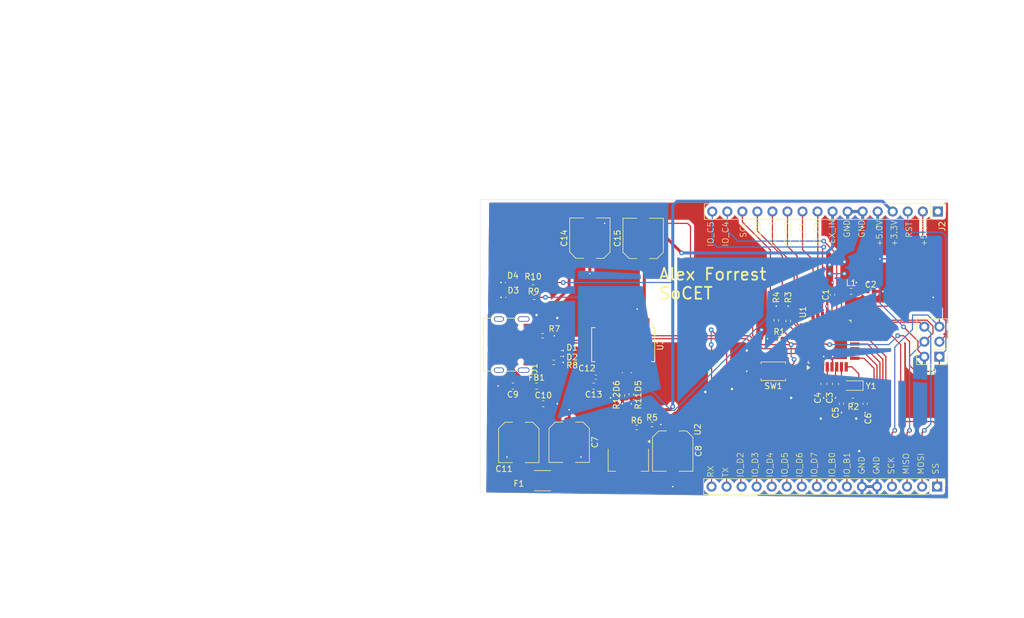
<source format=kicad_pcb>
(kicad_pcb (version 20240108) (generator "pcbnew") (generator_version "8.0")
  (layers (0 "F.Cu" signal) (31 "B.Cu" signal) (34 "B.Paste" user) (35 "F.Paste" user) (36 "B.SilkS" user "B.Silkscreen") (37 "F.SilkS" user "F.Silkscreen") (38 "B.Mask" user) (39 "F.Mask" user) (44 "Edge.Cuts" user))
  (net 0 "")
  (net 1 "Net-(U1-AREF)")
  (net 2 "GND")
  (net 3 "+5V")
  (net 4 "EX_OSC1")
  (net 5 "EX_OSC2")
  (net 6 "+3.3V")
  (net 7 "PWRU_IN")
  (net 8 "Net-(C10-Pad1)")
  (net 9 "Net-(U3-3V3OUT)")
  (net 10 "EX_RST")
  (net 11 "USART_DTR")
  (net 12 "USBC_D.N")
  (net 13 "USBC_D.P")
  (net 14 "Net-(D3-A)")
  (net 15 "Net-(D4-A)")
  (net 16 "Net-(D5-A)")
  (net 17 "Net-(D5-K)")
  (net 18 "Net-(D6-K)")
  (net 19 "Net-(D6-A)")
  (net 24 "Net-(J1-CC2)")
  (net 27 "Net-(J1-CC1)")
  (net 29 "GPIO_C3")
  (net 30 "GPIO_C0")
  (net 31 "GPIO_C5")
  (net 32 "I2C_SDA")
  (net 33 "I2C_SCL")
  (net 34 "GPIO_C2")
  (net 35 "GPIO_C1")
  (net 36 "GPIO_C4")
  (net 37 "SPI_SS")
  (net 38 "GPIO_D6")
  (net 39 "SPI_SCK")
  (net 40 "USART_RXD")
  (net 41 "GPIO_D7")
  (net 42 "SPI_MOSI")
  (net 43 "GPIO_D4")
  (net 44 "GPIO_D2")
  (net 45 "GPIO_D3")
  (net 46 "GPIO_B0")
  (net 47 "GPIO_B1")
  (net 48 "GPIO_D5")
  (net 49 "SPI_MISO")
  (net 50 "USART_TXD")
  (net 51 "Net-(U1-AVCC)")
  (net 52 "Net-(U2-ADJ)")
  (footprint "Connector_PinHeader_2.54mm:PinHeader_2x03_P2.54mm_Vertical" (layer "F.Cu") (at 211.54 62.54 180)
    (property "Reference" "J4")
    (property "Value" "Conn_PIC_ICSP_ICD")
  )
  (footprint "Connector_PinHeader_2.54mm:PinHeader_1x16_P2.54mm_Vertical" (layer "F.Cu") (at 211.16 84.5 -90)
    (property "Reference" "J3" (hide yes))
    (property "Value" "Conn_01x16_Socket" (hide yes))
  )
  (footprint "Capacitor_SMD:C_0603_1608Metric_Pad1.08x0.95mm_HandSolder" (layer "F.Cu") (at 144.6375 70.5)
    (property "Reference" "C10")
    (property "Value" ".1u")
  )
  (footprint "Resistor_SMD:R_0402_1005Metric_Pad0.72x0.64mm_HandSolder" (layer "F.Cu") (at 160.4025 74.5)
    (property "Reference" "R6")
    (property "Value" "121")
  )
  (footprint "Resistor_SMD:R_0402_1005Metric_Pad0.72x0.64mm_HandSolder" (layer "F.Cu") (at 144.5 59)
    (property "Reference" "R7")
    (property "Value" "5.1k" (hide yes))
  )
  (footprint "Diode_SMD:D_0402_1005Metric_Pad0.77x0.64mm_HandSolder" (layer "F.Cu") (at 158 66.5 -90)
    (property "Reference" "D6")
    (property "Value" "LED")
  )
  (footprint "Fuse:Fuse_0603_1608Metric_Pad1.05x0.95mm_HandSolder" (layer "F.Cu") (at 143.5 67.5)
    (property "Reference" "FB1")
    (property "Value" "120")
  )
  (footprint "Capacitor_SMD:C_0402_1005Metric_Pad0.74x0.62mm_HandSolder" (layer "F.Cu") (at 153.5 66 180)
    (property "Reference" "C12")
    (property "Value" ".1u")
  )
  (footprint "Package_TO_SOT_SMD:SOT-223" (layer "F.Cu") (at 159 80 -90)
    (property "Reference" "U2")
    (property "Value" "LM1117T-ADJ")
  )
  (footprint "Inductor_SMD:L_0603_1608Metric_Pad1.05x0.95mm_HandSolder" (layer "F.Cu") (at 196.625 51.5)
    (property "Reference" "L1")
    (property "Value" "10u")
  )
  (footprint "Capacitor_SMD:C_Elec_6.3x7.7" (layer "F.Cu") (at 152.5 42.5 90)
    (property "Reference" "C14")
    (property "Value" "4.7u")
  )
  (footprint "Capacitor_SMD:C_Elec_6.3x7.7" (layer "F.Cu") (at 166.5 78.5 -90)
    (property "Reference" "C8")
    (property "Value" ".1u")
  )
  (footprint "Resistor_SMD:R_0402_1005Metric_Pad0.72x0.64mm_HandSolder" (layer "F.Cu") (at 184 56.4025 -90)
    (property "Reference" "R4")
    (property "Value" "4.7k")
  )
  (footprint "Diode_SMD:D_0402_1005Metric_Pad0.77x0.64mm_HandSolder" (layer "F.Cu") (at 146.4275 61.5 180)
    (property "Reference" "D1")
    (property "Value" "ESD9B5.0ST5G" (hide yes))
  )
  (footprint "Capacitor_SMD:C_0603_1608Metric_Pad1.08x0.95mm_HandSolder" (layer "F.Cu") (at 192.03 67.1375 -90)
    (property "Reference" "C4")
    (property "Value" ".1u")
  )
  (footprint "Resistor_SMD:R_0402_1005Metric_Pad0.72x0.64mm_HandSolder" (layer "F.Cu") (at 142.9025 50 180)
    (property "Reference" "R10")
    (property "Value" "70")
  )
  (footprint "Diode_SMD:D_0402_1005Metric_Pad0.77x0.64mm_HandSolder" (layer "F.Cu") (at 139.5725 52.5)
    (property "Reference" "D3")
    (property "Value" "LED")
  )
  (footprint "Capacitor_SMD:C_0402_1005Metric_Pad0.74x0.62mm_HandSolder" (layer "F.Cu") (at 193.5 52.0675 90)
    (property "Reference" "C1")
    (property "Value" ".1u")
  )
  (footprint "Resistor_SMD:R_0402_1005Metric_Pad0.72x0.64mm_HandSolder" (layer "F.Cu") (at 158 69.0975 -90)
    (property "Reference" "R12")
    (property "Value" "R")
  )
  (footprint "Package_QFP:TQFP-32_7x7mm_P0.8mm" (layer "F.Cu") (at 193 60 90)
    (property "Reference" "U1")
    (property "Value" "ATmega328P-A")
  )
  (footprint "Capacitor_SMD:C_0402_1005Metric_Pad0.74x0.62mm_HandSolder" (layer "F.Cu") (at 199.9325 51.5)
    (property "Reference" "C2")
    (property "Value" ".1u")
  )
  (footprint "Package_SO:SSOP-28_5.3x10.2mm_P0.65mm" (layer "F.Cu") (at 158.125 60.5 -90)
    (property "Reference" "U3")
    (property "Value" "FT232RL")
  )
  (footprint "Resistor_SMD:R_0402_1005Metric_Pad0.72x0.64mm_HandSolder" (layer "F.Cu") (at 143.0975 52.5 180)
    (property "Reference" "R9")
    (property "Value" "155")
  )
  (footprint "Connector_USB:USB_C_Receptacle_Palconn_UTC16-G" (layer "F.Cu") (at 139.375 60.5 -90)
    (property "Reference" "J1")
    (property "Value" "USB_C_Receptacle_USB2.0_16P" (hide yes))
  )
  (footprint "Crystal:Crystal_SMD_2012-2Pin_2.0x1.2mm_HandSoldering" (layer "F.Cu") (at 197 67.4325 180)
    (property "Reference" "Y1")
    (property "Value" "16MHz")
  )
  (footprint "Capacitor_SMD:C_Elec_6.3x7.7" (layer "F.Cu") (at 140.5 77.0375 -90)
    (property "Reference" "C11")
    (property "Value" "4.7u")
  )
  (footprint "Capacitor_SMD:C_0402_1005Metric_Pad0.74x0.62mm_HandSolder" (layer "F.Cu") (at 199 70.5 -90)
    (property "Reference" "C6")
    (property "Value" "18p")
  )
  (footprint "Capacitor_SMD:C_0603_1608Metric_Pad1.08x0.95mm_HandSolder" (layer "F.Cu") (at 153.1375 67.5 180)
    (property "Reference" "C13")
    (property "Value" "C")
  )
  (footprint "Inductor_SMD:L_1812_4532Metric_Pad1.30x3.40mm_HandSolder" (layer "F.Cu") (at 144.5 83.5)
    (property "Reference" "F1")
    (property "Value" "500mA")
  )
  (footprint "Diode_SMD:D_0402_1005Metric_Pad0.77x0.64mm_HandSolder" (layer "F.Cu") (at 146.33 62.5 180)
    (property "Reference" "D2")
    (property "Value" "ESD9B5.0ST5G")
  )
  (footprint "Resistor_SMD:R_0402_1005Metric_Pad0.72x0.64mm_HandSolder" (layer "F.Cu") (at 196.9025 69.9325)
    (property "Reference" "R2")
    (property "Value" "1M")
  )
  (footprint "Button_Switch_SMD:SW_Push_SPST_NO_Alps_SKRK" (layer "F.Cu") (at 183.5 65 180)
    (property "Reference" "SW1")
    (property "Value" "SW_Push" (hide yes))
  )
  (footprint "Capacitor_SMD:C_0603_1608Metric_Pad1.08x0.95mm_HandSolder" (layer "F.Cu") (at 139.5 67.5 180)
    (property "Reference" "C9")
    (property "Value" ".01u")
  )
  (footprint "Resistor_SMD:R_0402_1005Metric_Pad0.72x0.64mm_HandSolder" (layer "F.Cu") (at 184.5 59.5)
    (property "Reference" "R1")
    (property "Value" "10k")
  )
  (footprint "Resistor_SMD:R_0402_1005Metric_Pad0.72x0.64mm_HandSolder" (layer "F.Cu") (at 146.4025 63.5)
    (property "Reference" "R8")
    (property "Value" "5.1k")
  )
  (footprint "Capacitor_SMD:C_0603_1608Metric_Pad1.08x0.95mm_HandSolder" (layer "F.Cu") (at 194 67.1375 -90)
    (property "Reference" "C3")
    (property "Value" ".1u")
  )
  (footprint "Capacitor_SMD:C_0402_1005Metric_Pad0.74x0.62mm_HandSolder" (layer "F.Cu") (at 195 70.5 -90)
    (property "Reference" "C5")
    (property "Value" "18p" (hide yes))
  )
  (footprint "Capacitor_SMD:C_Elec_6.3x7.7" (layer "F.Cu") (at 149 77 -90)
    (property "Reference" "C7")
    (property "Value" "10u")
  )
  (footprint "Resistor_SMD:R_0402_1005Metric_Pad0.72x0.64mm_HandSolder" (layer "F.Cu") (at 163 74)
    (property "Reference" "R5")
    (property "Value" "200" (hide yes))
  )
  (footprint "Diode_SMD:D_0402_1005Metric_Pad0.77x0.64mm_HandSolder" (layer "F.Cu") (at 159.5 66.5 -90)
    (property "Reference" "D5")
    (property "Value" "LED")
  )
  (footprint "Diode_SMD:D_0402_1005Metric_Pad0.77x0.64mm_HandSolder" (layer "F.Cu") (at 139.5 50)
    (property "Reference" "D4")
    (property "Value" "LED")
  )
  (footprint "Resistor_SMD:R_0402_1005Metric_Pad0.72x0.64mm_HandSolder" (layer "F.Cu") (at 159.5 68.9025 -90)
    (property "Reference" "R11")
    (property "Value" "R")
  )
  (footprint "Capacitor_SMD:C_Elec_6.3x7.7" (layer "F.Cu") (at 161.5 42.5375 90)
    (property "Reference" "C15")
    (property "Value" ".1u")
  )
  (footprint "Connector_PinHeader_2.54mm:PinHeader_1x16_P2.54mm_Vertical" (layer "F.Cu") (at 211.28 38 -90)
    (property "Reference" "J2")
    (property "Value" "Conn_01x16_Socket")
  )
  (footprint "Resistor_SMD:R_0402_1005Metric_Pad0.72x0.64mm_HandSolder" (layer "F.Cu") (at 186 56.5 -90)
    (property "Reference" "R3")
    (property "Value" "4.7k")
  )
  (gr_poly (pts (xy 213 36) (xy 213 86.5) (xy 134 85.5) (xy 134 36)) (stroke (width 0.05)) (fill none) (layer "Edge.Cuts"))
  (gr_text "SS\n" (at 211.5 82.5 90) (layer "F.SilkS") (effects (font (size 1 1) (thickness 0.1)) (justify left bottom)))
  (gr_text "RST\n" (at 207 42.5 90) (layer "F.SilkS") (effects (font (size 1 1) (thickness 0.1)) (justify left bottom)))
  (gr_text "IO_C3" (at 184 44 90) (layer "F.SilkS") (effects (font (size 1 1) (thickness 0.1)) (justify left bottom)))
  (gr_text "GND" (at 201.5 82.5 90) (layer "F.SilkS") (effects (font (size 1 1) (thickness 0.1)) (justify left bottom)))
  (gr_text "EX_IN\n" (at 194 43.5 90) (layer "F.SilkS") (effects (font (size 1 1) (thickness 0.1)) (justify left bottom)))
  (gr_text "IO_C2" (at 186.5 44 90) (layer "F.SilkS") (effects (font (size 1 1) (thickness 0.1)) (justify left bottom)))
  (gr_text "IO_D7" (at 191 83 90) (layer "F.SilkS") (effects (font (size 1 1) (thickness 0.1)) (justify left bottom)))
  (gr_text "IO_D2\n" (at 178.5 83 90) (layer "F.SilkS") (effects (font (size 1 1) (thickness 0.1)) (justify left bottom)))
  (gr_text "SDA" (at 181.5 42.5 90) (layer "F.SilkS") (effects (font (size 1 1) (thickness 0.1)) (justify left bottom)))
  (gr_text "MOSI\n" (at 209 82.5 90) (layer "F.SilkS") (effects (font (size 1 1) (thickness 0.1)) (justify left bottom)))
  (gr_text "IO_D5" (at 186 83 90) (layer "F.SilkS") (effects (font (size 1 1) (thickness 0.1)) (justify left bottom)))
  (gr_text "IO_C1\n" (at 189 44 90) (layer "F.SilkS") (effects (font (size 1 1) (thickness 0.1)) (justify left bottom)))
  (gr_text "Alex Forrest\nSoCET\n" (at 164 53 0) (layer "F.SilkS") (effects (font (size 2 2) (thickness 0.3)) (justify left bottom)))
  (gr_text "IO_D3\n" (at 181 83 90) (layer "F.SilkS") (effects (font (size 1 1) (thickness 0.1)) (justify left bottom)))
  (gr_text "+5.0V" (at 209.5 44 90) (layer "F.SilkS") (effects (font (size 1 1) (thickness 0.1)) (justify left bottom)))
  (gr_text "SCK\n" (at 204 82.5 90) (layer "F.SilkS") (effects (font (size 1 1) (thickness 0.1)) (justify left bottom)))
  (gr_text "IO_C5" (at 173.5 44 90) (layer "F.SilkS") (effects (font (size 1 1) (thickness 0.1)) (justify left bottom)))
  (gr_text "GND" (at 199 82.5 90) (layer "F.SilkS") (effects (font (size 1 1) (thickness 0.1)) (justify left bottom)))
  (gr_text "MISO" (at 206.5 82.5 90) (layer "F.SilkS") (effects (font (size 1 1) (thickness 0.1)) (justify left bottom)))
  (gr_text "IO_C4" (at 176 44 90) (layer "F.SilkS") (effects (font (size 1 1) (thickness 0.1)) (justify left bottom)))
  (gr_text "TX\n" (at 176 83 90) (layer "F.SilkS") (effects (font (size 1 1) (thickness 0.1)) (justify left bottom)))
  (gr_text "IO_B0\n" (at 194 83 90) (layer "F.SilkS") (effects (font (size 1 1) (thickness 0.1)) (justify left bottom)))
  (gr_text "+3.3V\n" (at 204.5 44 90) (layer "F.SilkS") (effects (font (size 1 1) (thickness 0.1)) (justify left bottom)))
  (gr_text "GND\n" (at 199 42.5 90) (layer "F.SilkS") (effects (font (size 1 1) (thickness 0.1)) (justify left bottom)))
  (gr_text "IO_C0" (at 191.5 44 90) (layer "F.SilkS") (effects (font (size 1 1) (thickness 0.1)) (justify left bottom)))
  (gr_text "GND\n" (at 196.5 42.5 90) (layer "F.SilkS") (effects (font (size 1 1) (thickness 0.1)) (justify left bottom)))
  (gr_text "SCL" (at 179 42.5 90) (layer "F.SilkS") (effects (font (size 1 1) (thickness 0.1)) (justify left bottom)))
  (gr_text "IO_D6" (at 188.5 83 90) (layer "F.SilkS") (effects (font (size 1 1) (thickness 0.1)) (justify left bottom)))
  (gr_text "IO_D4" (at 183.5 83 90) (layer "F.SilkS") (effects (font (size 1 1) (thickness 0.1)) (justify left bottom)))
  (gr_text "IO_B1\n" (at 196.5 83 90) (layer "F.SilkS") (effects (font (size 1 1) (thickness 0.1)) (justify left bottom)))
  (gr_text "RX" (at 173.5 83 90) (layer "F.SilkS") (effects (font (size 1 1) (thickness 0.1)) (justify left bottom)))
  (gr_text "+5.0V" (at 202 44 90) (layer "F.SilkS") (effects (font (size 1 1) (thickness 0.1)) (justify left bottom)))
  (segment (start 193.4 52.735) (end 193.5 52.635) (width 0.2) (layer "F.Cu") (net 1))
  (segment (start 193.4 55.75) (end 193.4 52.735) (width 0.2) (layer "F.Cu") (net 1))
  (segment (start 193.5 62.5) (end 193.5 64.15) (width 0.2) (layer "F.Cu") (net 2))
  (segment (start 154.9625 39.9625) (end 155 40) (width 0.2) (layer "F.Cu") (net 2))
  (segment (start 192 69.5) (end 192 68.03) (width 0.2) (layer "F.Cu") (net 2))
  (segment (start 146.5 59) (end 146.5 56.5) (width 0.2) (layer "F.Cu") (net 2))
  (segment (start 193.5 64.15) (end 193.4 64.25) (width 0.2) (layer "F.Cu") (net 2))
  (segment (start 210.5 52.5) (end 212.62 54.62) (width 0.2) (layer "F.Cu") (net 2))
  (segment (start 148 62.5) (end 146.9025 62.5) (width 0.2) (layer "F.Cu") (net 2))
  (segment (start 212.62 58.92) (end 211.54 60) (width 0.2) (layer "F.Cu") (net 2))
  (segment (start 151 67.5) (end 152.275 67.5) (width 0.2) (layer "F.Cu") (net 2))
  (segment (start 155.85 62.65) (end 155.85 64.1) (width 0.2) (layer "F.Cu") (net 2))
  (segment (start 152.5 39.9625) (end 154.9625 39.9625) (width 0.2) (layer "F.Cu") (net 2))
  (segment (start 148 63.5) (end 147 63.5) (width 0.2) (layer "F.Cu") (net 2))
  (segment (start 152 66) (end 152.9325 66) (width 0.2) (layer "F.Cu") (net 2))
  (segment (start 192 64.05) (end 191.8 64.25) (width 0.2) (layer "F.Cu") (net 2))
  (segment (start 192.6 54.75) (end 192.6 55.75) (width 0.2) (layer "F.Cu") (net 2))
  (segment (start 137.5 52.5) (end 139 52.5) (width 0.2) (layer "F.Cu") (net 2))
  (segment (start 157.8 62.2) (end 157.8 64.1) (width 0.2) (layer "F.Cu") (net 2))
  (segment (start 196.04 40.46) (end 196.04 38) (width 0.2) (layer "F.Cu") (net 2))
  (segment (start 161.875 66) (end 163 66) (width 0.2) (layer "F.Cu") (net 2))
  (segment (start 143.02 65.48) (end 143.02 64.47) (width 0.2) (layer "F.Cu") (net 2))
  (segment (start 158.45 56.9) (end 158.45 54.55) (width 0.2) (layer "F.Cu") (net 2))
  (segment (start 158 62) (end 157.8 62.2) (width 0.2) (layer "F.Cu") (net 2))
  (segment (start 150.9625 79.5375) (end 149 79.5375) (width 0.2) (layer "F.Cu") (net 2))
  (segment (start 166.5 84.5) (end 166.5 81.0375) (width 0.2) (layer "F.Cu") (net 2))
  (segment (start 155.85 56.9) (end 155.85 54.65) (width 0.2) (layer "F.Cu") (net 2))
  (segment (start 194 68) (end 194 69.5) (width 0.2) (layer "F.Cu") (net 2))
  (segment (start 156.5 62) (end 155.85 62.65) (width 0.2) (layer "F.Cu") (net 2))
  (segment (start 160.5 64.2) (end 160.4 64.1) (width 0.2) (layer "F.Cu") (net 2))
  (segment (start 198.5 40.5) (end 198.58 40.42) (width 0.2) (layer "F.Cu") (net 2))
  (segment (start 179 65) (end 181.4 65) (width 0.2) (layer "F.Cu") (net 2))
  (segment (start 137 67.5) (end 138.6375 67.5) (width 0.2) (layer "F.Cu") (net 2))
  (segment (start 199 72) (end 199 71.0675) (width 0.2) (layer "F.Cu") (net 2))
  (segment (start 143.5 56.05) (end 143.5 55.5) (width 0.2) (layer "F.Cu") (net 2))
  (segment (start 159.5 70.5) (end 159.5 69.5) (width 0.2) (layer "F.Cu") (net 2))
  (segment (start 164.5 74) (end 163.5975 74) (width 0.2) (layer "F.Cu") (net 2))
  (segment (start 198.58 40.42) (end 198.58 38) (width 0.2) (layer "F.Cu") (net 2))
  (segment (start 138.575 79.575) (end 140.5 79.575) (width 0.2) (layer "F.Cu") (net 2))
  (segment (start 161.05 64.1) (end 161.05 65.175) (width 0.2) (layer "F.Cu") (net 2))
  (segment (start 158.45 54.55) (end 158.5 54.5) (width 0.2) (layer "F.Cu") (net 2))
  (segment (start 192 62.5) (end 192 64.05) (width 0.2) (layer "F.Cu") (net 2))
  (segment (start 161.05 65.05) (end 161.05 64.1) (width 0.2) (layer "F.Cu") (net 2))
  (segment (start 148 61.5) (end 147 61.5) (width 0.2) (layer "F.Cu") (net 2))
  (segment (start 138.5 79.5) (end 138.575 79.575) (width 0.2) (layer "F.Cu") (net 2))
  (segment (start 192.5 55.65) (end 192.6 55.75) (width 0.2) (layer "F.Cu") (net 2))
  (segment (start 198.5 81.5) (end 198.46 81.54) (width 0.2) (layer "F.Cu") (net 2))
  (segment (start 155.85 54.65) (end 156 54.5) (width 0.2) (layer "F.Cu") (net 2))
  (segment (start 143.02 64.47) (end 142.25 63.7) (width 0.2) (layer "F.Cu") (net 2))
  (segment (start 146.5 56.5) (end 147 56) (width 0.2) (layer "F.Cu") (net 2))
  (segment (start 143.5 56.05) (end 142.25 57.3) (width 0.2) (layer "F.Cu") (net 2))
  (segment (start 196 40.5) (end 196.04 40.46) (width 0.2) (layer "F.Cu") (net 2))
  (segment (start 161.05 65.175) (end 161.875 66) (width 0.2) (layer "F.Cu") (net 2))
  (segment (start 192.5 54) (end 192.5 55.65) (width 0.2) (layer "F.Cu") (net 2))
  (segment (start 147 70.5) (end 145.5 70.5) (width 0.2) (layer "F.Cu") (net 2))
  (segment (start 137.5 50) (end 138.9275 50) (width 0.2) (layer "F.Cu") (net 2))
  (segment (start 142.5 66) (end 143.02 65.48) (width 0.2) (layer "F.Cu") (net 2))
  (segment (start 201 81.5) (end 201 84.5) (width 0.2) (layer "F.Cu") (net 2))
  (segment (start 146.5 59) (end 145.0975 59) (width 0.2) (layer "F.Cu") (net 2))
  (segment (start 195 72) (end 195 71.0675) (width 0.2) (layer "F.Cu") (net 2))
  (segment (start 193.5 50) (end 193.5 51.5) (width 0.2) (layer "F.Cu") (net 2))
  (segment (start 160.5 66) (end 160.5 64.2) (width 0.2) (layer "F.Cu") (net 2))
  (segment (start 202 51.5) (end 200.5 51.5) (width 0.2) (layer "F.Cu") (net 2))
  (segment (start 151 79.5) (end 150.9625 79.5375) (width 0.2) (layer "F.Cu") (net 2))
  (segment (start 212.62 54.62) (end 212.62 58.92) (width 0.2) (layer "F.Cu") (net 2))
  (segment (start 158 70.5) (end 158 69.695) (width 0.2) (layer "F.Cu") (net 2))
  (segment (start 192 68.03) (end 192.03 68) (width 0.2) (layer "F.Cu") (net 2))
  (segment (start 198.46 81.54) (end 198.46 84.5) (width 0.2) (layer "F.Cu") (net 2))
  (via (at 195 72) (size 0.5) (drill 0.25) (layers "F.Cu" "B.Cu") (net 2))
  (via (at 192 62.5) (size 0.5) (drill 0.25) (layers "F.Cu" "B.Cu") (net 2))
  (via (at 137.5 50) (size 0.5) (drill 0.25) (layers "F.Cu" "B.Cu") (net 2))
  (via (at 164.5 74) (size 0.5) (drill 0.25) (layers "F.Cu" "B.Cu") (net 2))
  (via (at 198.5 81.5) (size 0.5) (drill 0.25) (layers "F.Cu" "B.Cu") (net 2))
  (via (at 181.5 58) (size 0.8) (drill 0.4) (layers "F.Cu" "B.Cu") (net 2))
  (via (at 166.5 84.5) (size 0.5) (drill 0.25) (layers "F.Cu" "B.Cu") (net 2))
  (via (at 195.5 48.5) (size 0.8) (drill 0.4) (layers "F.Cu" "B.Cu") (net 2))
  (via (at 191.5 73) (size 0.8) (drill 0.4) (layers "F.Cu" "B.Cu") (net 2))
  (via (at 192.5 54) (size 0.5) (drill 0.25) (layers "F.Cu" "B.Cu") (net 2))
  (via (at 148 61.5) (size 0.5) (drill 0.25) (layers "F.Cu" "B.Cu") (net 2))
  (via (at 137.5 52.5) (size 0.5) (drill 0.25) (layers "F.Cu" "B.Cu") (net 2))
  (via (at 201 81.5) (size 0.5) (drill 0.25) (layers "F.Cu" "B.Cu") (net 2))
  (via (at 147 56) (size 0.8) (drill 0.4) (layers "F.Cu" "B.Cu") (net 2))
  (via (at 142.5 66) (size 0.5) (drill 0.25) (layers "F.Cu" "B.Cu") (net 2))
  (via (at 197.5 73) (size 0.8) (drill 0.4) (layers "F.Cu" "B.Cu") (net 2))
  (via (at 193.5 50) (size 0.5) (drill 0.25) (layers "F.Cu" "B.Cu") (net 2))
  (via (at 198.5 40.5) (size 0.5) (drill 0.25) (layers "F.Cu" "B.Cu") (net 2))
  (via (at 186.5 69.5) (size 0.8) (drill 0.4) (layers "F.Cu" "B.Cu") (net 2))
  (via (at 138.5 79.5) (size 0.5) (drill 0.25) (layers "F.Cu" "B.Cu") (net 2))
  (via (at 198 78.5) (size 0.8) (drill 0.4) (layers "F.Cu" "B.Cu") (net 2))
  (via (at 193 47) (size 0.8) (drill 0.4) (layers "F.Cu" "B.Cu") (net 2))
  (via (at 196 40.5) (size 0.5) (drill 0.25) (layers "F.Cu" "B.Cu") (net 2))
  (via (at 158 70.5) (size 0.5) (drill 0.25) (layers "F.Cu" "B.Cu") (net 2))
  (via (at 146.5 59) (size 0.5) (drill 0.25) (layers "F.Cu" "B.Cu") (net 2))
  (via (at 151 79.5) (size 0.5) (drill 0.25) (layers "F.Cu" "B.Cu") (net 2))
  (via (at 155 40) (size 0.5) (drill 0.25) (layers "F.Cu" "B.Cu") (net 2))
  (via (at 179 61.5) (size 0.8) (drill 0.4) (layers "F.Cu" "B.Cu") (net 2))
  (via (at 192 69.5) (size 0.5) (drill 0.25) (layers "F.Cu" "B.Cu") (net 2))
  (via (at 148 63.5) (size 0.5) (drill 0.25) (layers "F.Cu" "B.Cu") (net 2))
  (via (at 147 70.5) (size 0.5) (drill 0.25) (layers "F.Cu" "B.Cu") (net 2))
  (via (at 137 67.5) (size 0.5) (drill 0.25) (layers "F.Cu" "B.Cu") (net 2))
  (via (at 179 65) (size 0.5) (drill 0.25) (layers "F.Cu" "B.Cu") (net 2))
  (via (at 148 62.5) (size 0.5) (drill 0.25) (layers "F.Cu" "B.Cu") (net 2))
  (via (at 210.5 52.5) (size 0.5) (drill 0.25) (layers "F.Cu" "B.Cu") (net 2))
  (via (at 193 48.5) (size 0.8) (drill 0.4) (layers "F.Cu" "B.Cu") (net 2))
  (via (at 143.5 55.5) (size 0.8) (drill 0.4) (layers "F.Cu" "B.Cu") (net 2))
  (via (at 202 51.5) (size 0.5) (drill 0.25) (layers "F.Cu" "B.Cu") (net 2))
  (via (at 176.5 68) (size 0.8) (drill 0.4) (layers "F.Cu" "B.Cu") (net 2))
  (via (at 195.5 46.5) (size 0.8) (drill 0.4) (layers "F.Cu" "B.Cu") (net 2))
  (via (at 194 69.5) (size 0.5) (drill 0.25) (layers "F.Cu" "B.Cu") (net 2))
  (via (at 159.5 70.5) (size 0.5) (drill 0.25) (layers "F.Cu" "B.Cu") (net 2))
  (via (at 193.5 62.5) (size 0.5) (drill 0.25) (layers "F.Cu" "B.Cu") (net 2))
  (via (at 199 72) (size 0.5) (drill 0.25) (layers "F.Cu" "B.Cu") (net 2))
  (via (at 172 68.5) (size 0.8) (drill 0.4) (layers "F.Cu" "B.Cu") (net 2))
  (segment (start 176 68.5) (end 172 68.5) (width 0.2) (layer "B.Cu") (net 2))
  (segment (start 198 73.5) (end 197.5 73) (width 0.2) (layer "B.Cu") (net 2))
  (segment (start 198 78.5) (end 198 73.5) (width 0.2) (layer "B.Cu") (net 2))
  (segment (start 193 48.5) (end 195.5 48.5) (width 0.2) (layer "B.Cu") (net 2))
  (segment (start 146.5 55.5) (end 147 56) (width 0.2) (layer "B.Cu") (net 2))
  (segment (start 181.5 59) (end 181.5 58) (width 0.2) (layer "B.Cu") (net 2))
  (segment (start 191.5 73) (end 188 69.5) (width 0.2) (layer "B.Cu") (net 2))
  (segment (start 188 69.5) (end 186.5 69.5) (width 0.2) (layer "B.Cu") (net 2))
  (segment (start 195.5 46.5) (end 195 47) (width 0.2) (layer "B.Cu") (net 2))
  (segment (start 195 47) (end 193 47) (width 0.2) (layer "B.Cu") (net 2))
  (segment (start 176.5 68) (end 176 68.5) (width 0.2) (layer "B.Cu") (net 2))
  (segment (start 143.5 55.5) (end 146.5 55.5) (width 0.2) (layer "B.Cu") (net 2))
  (segment (start 179 61.5) (end 181.5 59) (width 0.2) (layer "B.Cu") (net 2))
  (segment (start 199.5 51.365) (end 199.365 51.5) (width 0.2) (layer "F.Cu") (net 3))
  (segment (start 147.225 83) (end 146.725 83.5) (width 0.5) (layer "F.Cu") (net 3))
  (segment (start 201.5 46) (end 207.5 46) (width 0.2) (layer "F.Cu") (net 3))
  (segment (start 199.5 50) (end 199.5 51.365) (width 0.2) (layer "F.Cu") (net 3))
  (segment (start 186 54) (end 186 55.9025) (width 0.2) (layer "F.Cu") (net 3))
  (segment (start 201 40.5) (end 201.12 40.38) (width 0.2) (layer "F.Cu") (net 3))
  (segment (start 194 64.45) (end 194.2 64.25) (width 0.2) (layer "F.Cu") (net 3))
  (segment (start 149 74.4625) (end 149 71.5) (width 0.5) (layer "F.Cu") (net 3))
  (segment (start 182.5 59.5) (end 183.9025 59.5) (width 0.2) (layer "F.Cu") (net 3))
  (segment (start 208.74 44.76) (end 208.74 38) (width 0.2) (layer "F.Cu") (net 3))
  (segment (start 143.695 52.5) (end 145 52.5) (width 0.2) (layer "F.Cu") (net 3))
  (segment (start 207.92 59.92) (end 205.5 57.5) (width 0.2) (layer "F.Cu") (net 3))
  (segment (start 201.12 40.38) (end 201.12 38) (width 0.2) (layer "F.Cu") (net 3))
  (segment (start 207.92 61.46) (end 207.92 59.92) (width 0.2) (layer "F.Cu") (net 3))
  (segment (start 156 66.625) (end 156.0625 66.5625) (width 0.5) (layer "F.Cu") (net 3))
  (segment (start 157.15 65.475) (end 157.15 64.1) (width 0.5) (layer "F.Cu") (net 3))
  (segment (start 152.5 48.5) (end 152.5 45.0375) (width 0.5) (layer "F.Cu") (net 3))
  (segment (start 209 62.54) (end 207.92 61.46) (width 0.2) (layer "F.Cu") (net 3))
  (segment (start 156 69.5) (end 156 66.625) (width 0.5) (layer "F.Cu") (net 3))
  (segment (start 192.6 65.705) (end 192.6 64.25) (width 0.2) (layer "F.Cu") (net 3))
  (segment (start 194 66.275) (end 194 64.45) (width 0.2) (layer "F.Cu") (net 3))
  (segment (start 197.5 51.5) (end 197.5 50) (width 0.2) (layer "F.Cu") (net 3))
  (segment (start 154 67.5) (end 155.125 67.5) (width 0.5) (layer "F.Cu") (net 3))
  (segment (start 149 74.4625) (end 155.9625 74.4625) (width 0.5) (layer "F.Cu") (net 3))
  (segment (start 156.0625 66.5625) (end 157.15 65.475) (width 0.5) (layer "F.Cu") (net 3))
  (segment (start 156.7 75.2) (end 156.7 76.85) (width 0.5) (layer "F.Cu") (net 3))
  (segment (start 160.5 54.5) (end 160.4 54.6) (width 0.5) (layer "F.Cu") (net 3))
  (segment (start 155.9625 74.4625) (end 156.7 75.2) (width 0.5) (layer "F.Cu") (net 3))
  (segment (start 192.03 66.275) (end 192.6 65.705) (width 0.2) (layer "F.Cu") (net 3))
  (segment (start 149 74.4625) (end 147.225 76.2375) (width 0.5) (layer "F.Cu") (net 3))
  (segment (start 207.5 46) (end 208.74 44.76) (width 0.2) (layer "F.Cu") (net 3))
  (segment (start 184 54) (end 184 55.805) (width 0.2) (layer "F.Cu") (net 3))
  (segment (start 147.225 76.2375) (end 147.225 83) (width 0.5) (layer "F.Cu") (net 3))
  (segment (start 155.125 67.5) (end 156.0625 66.5625) (width 0.5) (layer "F.Cu") (net 3))
  (segment (start 160.4 54.6) (end 160.4 56.9) (width 0.5) (layer "F.Cu") (net 3))
  (via (at 156 69.5) (size 0.5) (drill 0.25) (layers "F.Cu" "B.Cu") (net 3))
  (via (at 199.5 50) (size 0.5) (drill 0.25) (layers "F.Cu" "B.Cu") (net 3))
  (via (at 182.5 59.5) (size 0.5) (drill 0.25) (layers "F.Cu" "B.Cu") (net 3))
  (via (at 145 52.5) (size 0.8) (drill 0.4) (layers "F.Cu" "B.Cu") (net 3))
  (via (at 160.5 54.5) (size 0.5) (drill 0.25) (layers "F.Cu" "B.Cu") (net 3))
  (via (at 184 54) (size 0.5) (drill 0.25) (layers "F.Cu" "B.Cu") (net 3))
  (via (at 201 40.5) (size 0.5) (drill 0.25) (layers "F.Cu" "B.Cu") (net 3))
  (via (at 152.5 48.5) (size 0.5) (drill 0.25) (layers "F.Cu" "B.Cu") (net 3))
  (via (at 201.5 46) (size 0.5) (drill 0.25) (layers "F.Cu" "B.Cu") (net 3))
  (via (at 205.5 57.5) (size 0.8) (drill 0.4) (layers "F.Cu" "B.Cu") (net 3))
  (via (at 186 54) (size 0.5) (drill 0.25) (layers "F.Cu" "B.Cu") (net 3))
  (via (at 149 71.5) (size 0.5) (drill 0.25) (layers "F.Cu" "B.Cu") (net 3))
  (via (at 197.5 50) (size 0.5) (drill 0.25) (layers "F.Cu" "B.Cu") (net 3))
  (segment (start 160.98 52.48) (end 160.5 52) (width 0.2) (layer "B.Cu") (net 3))
  (segment (start 205.5 57.5) (end 201.5 53.5) (width 0.2) (layer "B.Cu") (net 3))
  (segment (start 184 54.390955) (end 166.760955 71.63) (width 0.2) (layer "B.Cu") (net 3))
  (segment (start 201.5 53.5) (end 201.5 49.5) (width 0.2) (layer "B.Cu") (net 3))
  (segment (start 160.98 66.370955) (end 160.98 52.48) (width 0.2) (layer "B.Cu") (net 3))
  (segment (start 184 52) (end 184 54.390955) (width 0.2) (layer "B.Cu") (net 3))
  (segment (start 166.239045 71.63) (end 160.98 66.370955) (width 0.2) (layer "B.Cu") (net 3))
  (segment (start 145 52.5) (end 158.5 52.5) (width 0.2) (layer "B.Cu") (net 3))
  (segment (start 166.760955 71.63) (end 166.239045 71.63) (width 0.2) (layer "B.Cu") (net 3))
  (segment (start 158.5 52.5) (end 160.5 54.5) (width 0.2) (layer "B.Cu") (net 3))
  (segment (start 196.305 67.6625) (end 196.075 67.4325) (width 0.2) (layer "F.Cu") (net 4))
  (segment (start 196.305 69.9325) (end 196.305 67.6625) (width 0.2) (layer "F.Cu") (net 4))
  (segment (start 195 64.25) (end 195 66.3575) (width 0.2) (layer "F.Cu") (net 4))
  (segment (start 195 66.3575) (end 196.075 67.4325) (width 0.2) (layer "F.Cu") (net 4))
  (segment (start 196.305 69.9325) (end 195 69.9325) (width 0.2) (layer "F.Cu") (net 4))
  (segment (start 197.925 65.425) (end 197.925 67.4325) (width 0.2) (layer "F.Cu") (net 5))
  (segment (start 197.5 69.9325) (end 199 69.9325) (width 0.2) (layer "F.Cu") (net 5))
  (segment (start 197.925 69.5075) (end 197.925 67.4325) (width 0.2) (layer "F.Cu") (net 5))
  (segment (start 196.75 64.25) (end 197.925 65.425) (width 0.2) (layer "F.Cu") (net 5))
  (segment (start 197.5 69.9325) (end 197.925 69.5075) (width 0.2) (layer "F.Cu") (net 5))
  (segment (start 195.8 64.25) (end 196.75 64.25) (width 0.2) (layer "F.Cu") (net 5))
  (segment (start 159 76.85) (end 159 74.5) (width 0.5) (layer "F.Cu") (net 6))
  (segment (start 148 50) (end 143.5 50) (width 0.2) (layer "F.Cu") (net 6))
  (segment (start 165 71.5) (end 166 71.5) (width 0.5) (layer "F.Cu") (net 6))
  (segment (start 166 71.5) (end 166.5 71) (width 0.5) (layer "F.Cu") (net 6))
  (segment (start 164.5 72) (end 165 71.5) (width 0.5) (layer "F.Cu") (net 6))
  (segment (start 166.5 74) (end 166.5 75.9625) (width 0.5) (layer "F.Cu") (net 6))
  (segment (start 164.5 72) (end 166.5 74) (width 0.5) (layer "F.Cu") (net 6))
  (segment (start 159 73) (end 160 72) (width 0.5) (layer "F.Cu") (net 6))
  (segment (start 159.805 74.5) (end 159 74.5) (width 0.2) (layer "F.Cu") (net 6))
  (segment (start 159 74.5) (end 159 73) (width 0.5) (layer "F.Cu") (net 6))
  (segment (start 160 72) (end 164.5 72) (width 0.5) (layer "F.Cu") (net 6))
  (via (at 166.5 71) (size 0.8) (drill 0.4) (layers "F.Cu" "B.Cu") (net 6))
  (via (at 148 50) (size 0.8) (drill 0.4) (layers "F.Cu" "B.Cu") (net 6))
  (segment (start 148 50) (end 166.5 50) (width 0.2) (layer "B.Cu") (net 6))
  (segment (start 166.5 71) (end 166.5 50) (width 0.5) (layer "B.Cu") (net 6))
  (segment (start 166.5 50) (end 166.5 37) (width 0.5) (layer "B.Cu") (net 6))
  (segment (start 166.5 37) (end 167.25 36.25) (width 0.5) (layer "B.Cu") (net 6))
  (segment (start 201.91 36.25) (end 203.66 38) (width 0.5) (layer "B.Cu") (net 6))
  (segment (start 167.25 36.25) (end 201.91 36.25) (width 0.5) (layer "B.Cu") (net 6))
  (segment (start 142.25 58.1) (end 143.09 58.1) (width 0.5) (layer "F.Cu") (net 7))
  (segment (start 165.5 42.5) (end 148 42.5) (width 0.5) (layer "F.Cu") (net 7))
  (segment (start 149 51) (end 145 55) (width 0.5) (layer "F.Cu") (net 7))
  (segment (start 143.09 62.9) (end 143.21 63.02) (width 0.5) (layer "F.Cu") (net 7))
  (segment (start 137 54) (end 135.5 55.5) (width 0.5) (layer "F.Cu") (net 7))
  (segment (start 147 43.5) (end 147 46) (width 0.5) (layer "F.Cu") (net 7))
  (segment (start 142.625 66.875) (end 142.625 67.5) (width 0.5) (layer "F.Cu") (net 7))
  (segment (start 142.25 62.9) (end 141.837028 62.9) (width 0.5) (layer "F.Cu") (net 7))
  (segment (start 147 46) (end 149 48) (width 0.5) (layer "F.Cu") (net 7))
  (segment (start 144 63.5) (end 144 66) (width 0.5) (layer "F.Cu") (net 7))
  (segment (start 144 54) (end 137 54) (width 0.5) (layer "F.Cu") (net 7))
  (segment (start 145 56.19) (end 145 55) (width 0.5) (layer "F.Cu") (net 7))
  (segment (start 141.636203 66.875) (end 142.625 66.875) (width 0.5) (layer "F.Cu") (net 7))
  (segment (start 145 55) (end 144 54) (width 0.5) (layer "F.Cu") (net 7))
  (segment (start 142.25 62.9) (end 143.09 62.9) (width 0.5) (layer "F.Cu") (net 7))
  (segment (start 143.09 58.1) (end 145 56.19) (width 0.5) (layer "F.Cu") (net 7))
  (segment (start 144 66) (end 143.5 66) (width 0.5) (layer "F.Cu") (net 7))
  (segment (start 142.625 67.5) (end 140.3625 67.5) (width 0.5) (layer "F.Cu") (net 7))
  (segment (start 142.25 62.9) (end 143.4 62.9) (width 0.5) (layer "F.Cu") (net 7))
  (segment (start 168 45) (end 165.5 42.5) (width 0.5) (layer "F.Cu") (net 7))
  (segment (start 149 48) (end 149 51) (width 0.5) (layer "F.Cu") (net 7))
  (segment (start 148 42.5) (end 147 43.5) (width 0.5) (layer "F.Cu") (net 7))
  (segment (start 135.5 55.5) (end 135.5 60.738797) (width 0.5) (layer "F.Cu") (net 7))
  (segment (start 135.5 60.738797) (end 141.636203 66.875) (width 0.5) (layer "F.Cu") (net 7))
  (segment (start 143.5 66) (end 142.625 66.875) (width 0.5) (layer "F.Cu") (net 7))
  (segment (start 143.4 62.9) (end 144 63.5) (width 0.5) (layer "F.Cu") (net 7))
  (via (at 168 45) (size 0.8) (drill 0.4) (layers "F.Cu" "B.Cu") (net 7))
  (segment (start 193.5 44) (end 192.5 45) (width 0.5) (layer "B.Cu") (net 7))
  (segment (start 193.5 38) (end 193.5 44) (width 0.5) (layer "B.Cu") (net 7))
  (segment (start 192.5 45) (end 168 45) (width 0.5) (layer "B.Cu") (net 7))
  (segment (start 142.775 83) (end 142.275 83.5) (width 0.5) (layer "F.Cu") (net 8))
  (segment (start 142.5 70.5) (end 140.5 72.5) (width 0.5) (layer "F.Cu") (net 8))
  (segment (start 143.775 70.5) (end 142.5 70.5) (width 0.5) (layer "F.Cu") (net 8))
  (segment (start 143.875 70.4) (end 143.775 70.5) (width 0.5) (layer "F.Cu") (net 8))
  (segment (start 140.5 74.5) (end 142.775 76.775) (width 0.5) (layer "F.Cu") (net 8))
  (segment (start 142.775 76.775) (end 142.775 83) (width 0.5) (layer "F.Cu") (net 8))
  (segment (start 140.5 72.5) (end 140.5 74.5) (width 0.5) (layer "F.Cu") (net 8))
  (segment (start 144.375 69.9) (end 143.775 70.5) (width 0.2) (layer "F.Cu") (net 8))
  (segment (start 144.375 67.5) (end 144.375 69.9) (width 0.2) (layer "F.Cu") (net 8))
  (segment (start 154.375 66) (end 154.0675 66) (width 0.2) (layer "F.Cu") (net 9))
  (segment (start 155.2 65.175) (end 154.375 66) (width 0.2) (layer "F.Cu") (net 9))
  (segment (start 155.2 64.1) (end 155.2 65.175) (width 0.2) (layer "F.Cu") (net 9))
  (segment (start 170.5 51) (end 169.5 50) (width 0.2) (layer "F.Cu") (net 10))
  (segment (start 207.5 65) (end 206.5 64) (width 0.2) (layer "F.Cu") (net 10))
  (segment (start 187 63.6) (end 185.6 65) (width 0.2) (layer "F.Cu") (net 10))
  (segment (start 169.5 40.5) (end 169 40) (width 0.2) (layer "F.Cu") (net 10))
  (segment (start 186.67 60.33) (end 186.5 60.5) (width 0.2) (layer "F.Cu") (net 10))
  (segment (start 186.5 60.5) (end 181.5 60.5) (width 0.2) (layer "F.Cu") (net 10))
  (segment (start 211.54 62.54) (end 211.54 63.96) (width 0.2) (layer "F.Cu") (net 10))
  (segment (start 188.75 60.4) (end 186.6 60.4) (width 0.2) (layer "F.Cu") (net 10))
  (segment (start 192.5 60.5) (end 192.4 60.4) (width 0.2) (layer "F.Cu") (net 10))
  (segment (start 187 63) (end 187 63.6) (width 0.2) (layer "F.Cu") (net 10))
  (segment (start 180 52) (end 179 51) (width 0.2) (layer "F.Cu") (net 10))
  (segment (start 185.5 59.5) (end 186.5 60.5) (width 0.2) (layer "F.Cu") (net 10))
  (segment (start 186.6 60.4) (end 186.5 60.5) (width 0.2) (layer "F.Cu") (net 10))
  (segment (start 210.5 65) (end 207.5 65) (width 0.2) (layer "F.Cu") (net 10))
  (segment (start 181.5 60.5) (end 180 59) (width 0.2) (layer "F.Cu") (net 10))
  (segment (start 179 51) (end 170.5 51) (width 0.2) (layer "F.Cu") (net 10))
  (segment (start 193 60.5) (end 192.5 60.5) (width 0.2) (layer "F.Cu") (net 10))
  (segment (start 169.5 50) (end 169.5 40.5) (width 0.2) (layer "F.Cu") (net 10))
  (segment (start 206.5 64) (end 206.5 60) (width 0.2) (layer "F.Cu") (net 10))
  (segment (start 211.54 63.96) (end 210.5 65) (width 0.2) (layer "F.Cu") (net 10))
  (segment (start 185.0975 59.5) (end 185.5 59.5) (width 0.2) (layer "F.Cu") (net 10))
  (segment (start 206.5 60) (end 205.5 59) (width 0.2) (layer "F.Cu") (net 10))
  (segment (start 180 59) (end 180 52) (width 0.2) (layer "F.Cu") (net 10))
  (segment (start 205.5 59) (end 204.5 59) (width 0.2) (layer "F.Cu") (net 10))
  (segment (start 169 40) (end 161.5 40) (width 0.2) (layer "F.Cu") (net 10))
  (segment (start 192.4 60.4) (end 188.75 60.4) (width 0.2) (layer "F.Cu") (net 10))
  (via (at 187 63) (size 0.8) (drill 0.4) (layers "F.Cu" "B.Cu") (net 10))
  (via (at 204.5 59) (size 0.8) (drill 0.4) (layers "F.Cu" "B.Cu") (net 10))
  (via (at 193 60.5) (size 0.8) (drill 0.4) (layers "F.Cu" "B.Cu") (net 10))
  (via (at 186.5 60.5) (size 0.8) (drill 0.4) (layers "F.Cu" "B.Cu") (net 10))
  (segment (start 186.5 62.5) (end 187 63) (width 0.2) (layer "B.Cu") (net 10))
  (segment (start 212.62 42.12) (end 212.62 61.46) (width 0.2) (layer "B.Cu") (net 10))
  (segment (start 212 41.5) (end 212.62 42.12) (width 0.2) (layer "B.Cu") (net 10))
  (segment (start 203 60.5) (end 193 60.5) (width 0.2) (layer "B.Cu") (net 10))
  (segment (start 206.2 38) (end 206.2 40.7) (width 0.2) (layer "B.Cu") (net 10))
  (segment (start 206.2 40.7) (end 207 41.5) (width 0.2) (layer "B.Cu") (net 10))
  (segment (start 212.62 61.46) (end 211.54 62.54) (width 0.2) (layer "B.Cu") (net 10))
  (segment (start 186.5 60.5) (end 186.5 62.5) (width 0.2) (layer "B.Cu") (net 10))
  (segment (start 207 41.5) (end 212 41.5) (width 0.2) (layer "B.Cu") (net 10))
  (segment (start 204.5 59) (end 203 60.5) (width 0.2) (layer "B.Cu") (net 10))
  (segment (start 161.7 45.275) (end 161.5 45.075) (width 0.5) (layer "F.Cu") (net 11))
  (segment (start 161.7 56.9) (end 161.7 45.275) (width 0.5) (layer "F.Cu") (net 11))
  (segment (start 152.5932 59.775) (end 154.45 61.6318) (width 0.2) (layer "F.Cu") (net 12))
  (segment (start 142.25 60.75) (end 145.105 60.75) (width 0.2) (layer "F.Cu") (net 12))
  (segment (start 154.55 62.787499) (end 154.55 64.1) (width 0.2) (layer "F.Cu") (net 12))
  (segment (start 154.45 61.6318) (end 154.45 62.687499) (width 0.2) (layer "F.Cu") (net 12))
  (segment (start 154.45 62.687499) (end 154.55 62.787499) (width 0.2) (layer "F.Cu") (net 12))
  (segment (start 143.975 59.75) (end 142.25 59.75) (width 0.2) (layer "F.Cu") (net 12))
  (segment (start 154.55 64.1) (end 154.45 64) (width 0.2) (layer "F.Cu") (net 12))
  (segment (start 145.105 60.75) (end 145.855 61.5) (width 0.2) (layer "F.Cu") (net 12))
  (segment (start 144 59.775) (end 152.5932 59.775) (width 0.2) (layer "F.Cu") (net 12))
  (segment (start 144 59.775) (end 143.975 59.75) (width 0.2) (layer "F.Cu") (net 12))
  (segment (start 143.975 60.25) (end 142.25 60.25) (width 0.2) (layer "F.Cu") (net 13))
  (segment (start 145.7575 62.5) (end 145.5075 62.75) (width 0.2) (layer "F.Cu") (net 13))
  (segment (start 153.9 62.787499) (end 153.9 64.1) (width 0.2) (layer "F.Cu") (net 13))
  (segment (start 153.9 64.1) (end 154 64) (width 0.2) (layer "F.Cu") (net 13))
  (segment (start 145.7575 62.5) (end 144.5075 61.25) (width 0.2) (layer "F.Cu") (net 13))
  (segment (start 154 62.687499) (end 153.9 62.787499) (width 0.2) (layer "F.Cu") (net 13))
  (segment (start 144 60.225) (end 152.4068 60.225) (width 0.2) (layer "F.Cu") (net 13))
  (segment (start 152.4068 60.225) (end 154 61.8182) (width 0.2) (layer "F.Cu") (net 13))
  (segment (start 143.975 60.25) (end 144 60.225) (width 0.2) (layer "F.Cu") (net 13))
  (segment (start 154 61.8182) (end 154 62.687499) (width 0.2) (layer "F.Cu") (net 13))
  (segment (start 144.5075 61.25) (end 142.25 61.25) (width 0.2) (layer "F.Cu") (net 13))
  (segment (start 142.5 52.5) (end 140.145 52.5) (width 0.2) (layer "F.Cu") (net 14))
  (segment (start 142.305 50) (end 140.0725 50) (width 0.2) (layer "F.Cu") (net 15))
  (segment (start 159.5 67.0725) (end 159.5 68.305) (width 0.2) (layer "F.Cu") (net 16))
  (segment (start 159.1 64.1) (end 159.1 65.5275) (width 0.2) (layer "F.Cu") (net 17))
  (segment (start 159.1 65.5275) (end 159.5 65.9275) (width 0.2) (layer "F.Cu") (net 17))
  (segment (start 158.45 65.4775) (end 158 65.9275) (width 0.2) (layer "F.Cu") (net 18))
  (segment (start 158.45 64.1) (end 158.45 65.4775) (width 0.2) (layer "F.Cu") (net 18))
  (segment (start 158 67.0725) (end 158 68.5) (width 0.2) (layer "F.Cu") (net 19))
  (segment (start 145.555 63.25) (end 145.805 63.5) (width 0.2) (layer "F.Cu") (net 24))
  (segment (start 145.805 63.5) (end 145.447501 63.5) (width 0.2) (layer "F.Cu") (net 24))
  (segment (start 144.197501 62.25) (end 142.25 62.25) (width 0.2) (layer "F.Cu") (net 24))
  (segment (start 145.447501 63.5) (end 144.197501 62.25) (width 0.2) (layer "F.Cu") (net 24))
  (segment (start 143.6525 59.25) (end 142.25 59.25) (width 0.2) (layer "F.Cu") (net 27))
  (segment (start 143.9025 59) (end 143.6525 59.25) (width 0.2) (layer "F.Cu") (net 27))
  (segment (start 183.34 43.34) (end 183.34 38) (width 0.2) (layer "F.Cu") (net 29))
  (segment (start 188.03331 58) (end 187 56.96669) (width 0.2) (layer "F.Cu") (net 29))
  (segment (start 188.75 58) (end 188.03331 58) (width 0.2) (layer "F.Cu") (net 29))
  (segment (start 187 47) (end 183.34 43.34) (width 0.2) (layer "F.Cu") (net 29))
  (segment (start 187 56.96669) (end 187 47) (width 0.2) (layer "F.Cu") (net 29))
  (segment (start 191 55.75) (end 191 38.04) (width 0.2) (layer "F.Cu") (net 30))
  (segment (start 191 38.04) (end 190.96 38) (width 0.2) (layer "F.Cu") (net 30))
  (segment (start 191.8 44.2) (end 191.8 55.75) (width 0.2) (layer "F.Cu") (net 31))
  (segment (start 192 44) (end 191.8 44.2) (width 0.2) (layer "F.Cu") (net 31))
  (via (at 192 44) (size 0.8) (drill 0.4) (layers "F.Cu" "B.Cu") (net 31))
  (segment (start 173.18 43.18) (end 173.18 38) (width 0.2) (layer "B.Cu") (net 31))
  (segment (start 174 44) (end 173.18 43.18) (width 0.2) (layer "B.Cu") (net 31))
  (segment (start 192 44) (end 174 44) (width 0.2) (layer "B.Cu") (net 31))
  (segment (start 187.7025 58.8) (end 186 57.0975) (width 0.2) (layer "F.Cu") (net 32))
  (segment (start 186 57.0975) (end 185.5975 57.0975) (width 0.2) (layer "F.Cu") (net 32))
  (segment (start 188.75 58.8) (end 187.7025 58.8) (width 0.2) (layer "F.Cu") (net 32))
  (segment (start 180.8 41.3) (end 180.8 38) (width 0.2) (layer "F.Cu") (net 32))
  (segment (start 185.5975 57.0975) (end 185 56.5) (width 0.2) (layer "F.Cu") (net 32))
  (segment (start 185 45.5) (end 180.8 41.3) (width 0.2) (layer "F.Cu") (net 32))
  (segment (start 185 56.5) (end 185 45.5) (width 0.2) (layer "F.Cu") (net 32))
  (segment (start 184 57) (end 183.5 57) (width 0.2) (layer "F.Cu") (net 33))
  (segment (start 178.26 39.76) (end 178.26 38) (width 0.2) (layer "F.Cu") (net 33))
  (segment (start 183 56.5) (end 183 53) (width 0.2) (layer "F.Cu") (net 33))
  (segment (start 183 44.5) (end 178.26 39.76) (width 0.2) (layer "F.Cu") (net 33))
  (segment (start 183.5 57) (end 183 56.5) (width 0.2) (layer "F.Cu") (net 33))
  (segment (start 186.6 59.6) (end 184 57) (width 0.2) (layer "F.Cu") (net 33))
  (segment (start 188.75 59.6) (end 186.6 59.6) (width 0.2) (layer "F.Cu") (net 33))
  (segment (start 183 53) (end 183 44.5) (width 0.2) (layer "F.Cu") (net 33))
  (segment (start 187.5 57) (end 187.5 45.5) (width 0.2) (layer "F.Cu") (net 34))
  (segment (start 188.75 57.2) (end 187.7 57.2) (width 0.2) (layer "F.Cu") (net 34))
  (segment (start 187.7 57.2) (end 187.5 57) (width 0.2) (layer "F.Cu") (net 34))
  (segment (start 185.88 43.88) (end 185.88 38) (width 0.2) (layer "F.Cu") (net 34))
  (segment (start 187.5 45.5) (end 185.88 43.88) (width 0.2) (layer "F.Cu") (net 34))
  (segment (start 188.42 44.42) (end 188.42 38) (width 0.2) (layer "F.Cu") (net 35))
  (segment (start 190.2 46.2) (end 188.42 44.42) (width 0.2) (layer "F.Cu") (net 35))
  (segment (start 190.2 55.75) (end 190.2 46.2) (width 0.2) (layer "F.Cu") (net 35))
  (segment (start 194.2 45.2) (end 192 43) (width 0.2) (layer "F.Cu") (net 36))
  (segment (start 194.2 55.75) (end 194.2 45.2) (width 0.2) (layer "F.Cu") (net 36))
  (via (at 192 43) (size 0.8) (drill 0.4) (layers "F.Cu" "B.Cu") (net 36))
  (segment (start 192 43) (end 177.5 43) (width 0.2) (layer "B.Cu") (net 36))
  (segment (start 177.5 43) (end 175.72 41.22) (width 0.2) (layer "B.Cu") (net 36))
  (segment (start 175.72 41.22) (end 175.72 38) (width 0.2) (layer "B.Cu") (net 36))
  (segment (start 211.16 74.66) (end 211.16 84.5) (width 0.2) (layer "F.Cu") (net 37))
  (segment (start 205 60.5) (end 205 73.5) (width 0.2) (layer "F.Cu") (net 37))
  (segment (start 211 74) (end 211 74.5) (width 0.2) (layer "F.Cu") (net 37))
  (segment (start 205 73.5) (end 210.5 73.5) (width 0.2) (layer "F.Cu") (net 37))
  (segment (start 197.25 58.8) (end 203.3 58.8) (width 0.2) (layer "F.Cu") (net 37))
  (segment (start 210.5 73.5) (end 211 74) (width 0.2) (layer "F.Cu") (net 37))
  (segment (start 203.3 58.8) (end 205 60.5) (width 0.2) (layer "F.Cu") (net 37))
  (segment (start 211 74.5) (end 211.16 74.66) (width 0.2) (layer "F.Cu") (net 37))
  (segment (start 199 62) (end 201 64) (width 0.2) (layer "F.Cu") (net 38))
  (segment (start 188.3 75.7) (end 188.3 84.5) (width 0.2) (layer "F.Cu") (net 38))
  (segment (start 201 64) (end 201 74) (width 0.2) (layer "F.Cu") (net 38))
  (segment (start 197.25 62) (end 198 62) (width 0.2) (layer "F.Cu") (net 38))
  (segment (start 198 62) (end 199 62) (width 0.2) (layer "F.Cu") (net 38))
  (segment (start 200.5 74.5) (end 189.5 74.5) (width 0.2) (layer "F.Cu") (net 38))
  (segment (start 189.5 74.5) (end 188.3 75.7) (width 0.2) (layer "F.Cu") (net 38))
  (segment (start 201 74) (end 200.5 74.5) (width 0.2) (layer "F.Cu") (net 38))
  (segment (start 195.8 55.225) (end 197.025 54) (width 0.2) (layer "F.Cu") (net 39))
  (segment (start 203.54 75.46) (end 204 75) (width 0.2) (layer "F.Cu") (net 39))
  (segment (start 203.54 84.5) (end 203.54 75.46) (width 0.2) (layer "F.Cu") (net 39))
  (segment (start 211 54) (end 211.54 54.54) (width 0.2) (layer "F.Cu") (net 39))
  (segment (start 197.025 54) (end 211 54) (width 0.2) (layer "F.Cu") (net 39))
  (segment (start 211.54 54.54) (end 211.54 57.46) (width 0.2) (layer "F.Cu") (net 39))
  (segment (start 195.8 55.75) (end 195.8 55.225) (width 0.2) (layer "F.Cu") (net 39))
  (via (at 204 75) (size 0.8) (drill 0.4) (layers "F.Cu" "B.Cu") (net 39))
  (segment (start 204 75) (end 204 60.932649) (width 0.2) (layer "B.Cu") (net 39))
  (segment (start 204 60.932649) (end 207 57.932649) (width 0.2) (layer "B.Cu") (net 39))
  (segment (start 207 57.932649) (end 207 55.5) (width 0.2) (layer "B.Cu") (net 39))
  (segment (start 207 55.5) (end 209.58 55.5) (width 0.2) (layer "B.Cu") (net 39))
  (segment (start 209.58 55.5) (end 211.54 57.46) (width 0.2) (layer "B.Cu") (net 39))
  (segment (start 174 59) (end 175 59) (width 0.2) (layer "F.Cu") (net 40))
  (segment (start 162.35 58.35) (end 163 59) (width 0.2) (layer "F.Cu") (net 40))
  (segment (start 173.06 84.5) (end 173.06 60.56) (width 0.2) (layer "F.Cu") (net 40))
  (segment (start 179.5 59) (end 181.7 61.2) (width 0.2) (layer "F.Cu") (net 40))
  (segment (start 173 58) (end 174 59) (width 0.2) (layer "F.Cu") (net 40))
  (segment (start 175 59) (end 179.5 59) (width 0.2) (layer "F.Cu") (net 40))
  (segment (start 173.06 60.56) (end 173 60.5) (width 0.2) (layer "F.Cu") (net 40))
  (segment (start 181.7 61.2) (end 188.75 61.2) (width 0.2) (layer "F.Cu") (net 40))
  (segment (start 162.35 56.9) (end 162.35 58.35) (width 0.2) (layer "F.Cu") (net 40))
  (segment (start 163 59) (end 175 59) (width 0.2) (layer "F.Cu") (net 40))
  (via (at 173 60.5) (size 0.8) (drill 0.4) (layers "F.Cu" "B.Cu") (net 40))
  (via (at 173 58) (size 0.8) (drill 0.4) (layers "F.Cu" "B.Cu") (net 40))
  (segment (start 173 60.5) (end 173 58) (width 0.2) (layer "B.Cu") (net 40))
  (segment (start 197.25 61.2) (end 199.2 61.2) (width 0.2) (layer "F.Cu") (net 41))
  (segment (start 199.2 61.2) (end 201.5 63.5) (width 0.2) (layer "F.Cu") (net 41))
  (segment (start 191.5 75.5) (end 190.84 76.16) (width 0.2) (layer "F.Cu") (net 41))
  (segment (start 190.84 76.16) (end 190.84 84.5) (width 0.2) (layer "F.Cu") (net 41))
  (segment (start 201.5 74.5) (end 200.5 75.5) (width 0.2) (layer "F.Cu") (net 41))
  (segment (start 200.5 75.5) (end 191.5 75.5) (width 0.2) (layer "F.Cu") (net 41))
  (segment (start 201.5 63.5) (end 201.5 74.5) (width 0.2) (layer "F.Cu") (net 41))
  (segment (start 197.25 58) (end 198 58) (width 0.2) (layer "F.Cu") (net 42))
  (segment (start 208.21 56.71) (end 208.96 57.46) (width 0.2) (layer "F.Cu") (net 42))
  (segment (start 199.29 56.71) (end 208.21 56.71) (width 0.2) (layer "F.Cu") (net 42))
  (segment (start 208.46 58) (end 209 57.46) (width 0.2) (layer "F.Cu") (net 42))
  (segment (start 198 58) (end 199.29 56.71) (width 0.2) (layer "F.Cu") (net 42))
  (segment (start 208.62 84.5) (end 208.62 75.38) (width 0.2) (layer "F.Cu") (net 42))
  (segment (start 208.96 57.46) (end 209 57.46) (width 0.2) (layer "F.Cu") (net 42))
  (segment (start 208.62 75.38) (end 209 75) (width 0.2) (layer "F.Cu") (net 42))
  (via (at 209 75) (size 0.8) (drill 0.4) (layers "F.Cu" "B.Cu") (net 42))
  (segment (start 210.08 58.54) (end 209 57.46) (width 0.2) (layer "B.Cu") (net 42))
  (segment (start 210.08 73.92) (end 210.08 58.54) (width 0.2) (layer "B.Cu") (net 42))
  (segment (start 209 75) (end 210.08 73.92) (width 0.2) (layer "B.Cu") (net 42))
  (segment (start 183.22 75.28) (end 183.22 84.5) (width 0.2) (layer "F.Cu") (net 43))
  (segment (start 189.5 73) (end 185.5 73) (width 0.2) (layer "F.Cu") (net 43))
  (segment (start 191 71.5) (end 189.5 73) (width 0.2) (layer "F.Cu") (net 43))
  (segment (start 185.5 73) (end 183.22 75.28) (width 0.2) (layer "F.Cu") (net 43))
  (segment (start 191 64.25) (end 191 71.5) (width 0.2) (layer "F.Cu") (net 43))
  (segment (start 188 71) (end 188.75 70.25) (width 0.2) (layer "F.Cu") (net 44))
  (segment (start 182 71) (end 188 71) (width 0.2) (layer "F.Cu") (net 44))
  (segment (start 178 75) (end 182 71) (width 0.2) (layer "F.Cu") (net 44))
  (segment (start 178.14 84.5) (end 178 84.36) (width 0.2) (layer "F.Cu") (net 44))
  (segment (start 188.75 70.25) (end 188.75 62.8) (width 0.2) (layer "F.Cu") (net 44))
  (segment (start 178 84.36) (end 178 75) (width 0.2) (layer "F.Cu") (net 44))
  (segment (start 182 72) (end 180.68 73.32) (width 0.2) (layer "F.Cu") (net 45))
  (segment (start 180.68 73.32) (end 180.68 84.5) (width 0.2) (layer "F.Cu") (net 45))
  (segment (start 190.2 64.25) (end 190.2 71.3) (width 0.2) (layer "F.Cu") (net 45))
  (segment (start 190.2 71.3) (end 189.5 72) (width 0.2) (layer "F.Cu") (net 45))
  (segment (start 189.5 72) (end 182 72) (width 0.2) (layer "F.Cu") (net 45))
  (segment (start 193.38 77.12) (end 194 76.5) (width 0.2) (layer "F.Cu") (net 46))
  (segment (start 193.38 84.5) (end 193.38 77.12) (width 0.2) (layer "F.Cu") (net 46))
  (segment (start 201 76.5) (end 202 75.5) (width 0.2) (layer "F.Cu") (net 46))
  (segment (start 202 63) (end 199.4 60.4) (width 0.2) (layer "F.Cu") (net 46))
  (segment (start 194 76.5) (end 201 76.5) (width 0.2) (layer "F.Cu") (net 46))
  (segment (start 202 75.5) (end 202 63) (width 0.2) (layer "F.Cu") (net 46))
  (segment (start 199.4 60.4) (end 197.25 60.4) (width 0.2) (layer "F.Cu") (net 46))
  (segment (start 202.5 76.5) (end 201.5 77.5) (width 0.2) (layer "F.Cu") (net 47))
  (segment (start 202.5 62.5) (end 202.5 76.5) (width 0.2) (layer "F.Cu") (net 47))
  (segment (start 197 77.5) (end 195.92 78.58) (width 0.2) (layer "F.Cu") (net 47))
  (segment (start 201.5 77.5) (end 197 77.5) (width 0.2) (layer "F.Cu") (net 47))
  (segment (start 197.25 59.6) (end 199.6 59.6) (width 0.2) (layer "F.Cu") (net 47))
  (segment (start 199.6 59.6) (end 202.5 62.5) (width 0.2) (layer "F.Cu") (net 47))
  (segment (start 195.92 78.58) (end 195.92 84.5) (width 0.2) (layer "F.Cu") (net 47))
  (segment (start 197.25 62.8) (end 198.8 62.8) (width 0.2) (layer "F.Cu") (net 48))
  (segment (start 185.76 75.26) (end 185.76 84.5) (width 0.2) (layer "F.Cu") (net 48))
  (segment (start 186 75) (end 186 75.02) (width 0.2) (layer "F.Cu") (net 48))
  (segment (start 200.5 74) (end 187 74) (width 0.2) (layer "F.Cu") (net 48))
  (segment (start 186 75.02) (end 185.76 75.26) (width 0.2) (layer "F.Cu") (net 48))
  (segment (start 198.8 62.8) (end 200.5 64.5) (width 0.2) (layer "F.Cu") (net 48))
  (segment (start 187 74) (end 186 75) (width 0.2) (layer "F.Cu") (net 48))
  (segment (start 200.5 64.5) (end 200.5 74) (width 0.2) (layer "F.Cu") (net 48))
  (segment (start 198.07 56.38) (end 209.447351 56.38) (width 0.2) (layer "F.Cu") (net 49))
  (segment (start 197.25 57.2) (end 198.07 56.38) (width 0.2) (layer "F.Cu") (net 49))
  (segment (start 210.46 58.54) (end 209 60) (width 0.2) (layer "F.Cu") (net 49))
  (segment (start 209.447351 56.38) (end 210.46 57.392649) (width 0.2) (layer "F.Cu") (net 49))
  (segment (start 206.08 84.5) (end 206.08 75.42) (width 0.2) (layer "F.Cu") (net 49))
  (segment (start 206.08 75.42) (end 206.5 75) (width 0.2) (layer "F.Cu") (net 49))
  (segment (start 210.46 57.392649) (end 210.46 58.54) (width 0.2) (layer "F.Cu") (net 49))
  (via (at 206.5 75) (size 0.8) (drill 0.4) (layers "F.Cu" "B.Cu") (net 49))
  (segment (start 206.5 62.5) (end 209 60) (width 0.2) (layer "B.Cu") (net 49))
  (segment (start 206.5 75) (end 206.5 62.5) (width 0.2) (layer "B.Cu") (net 49))
  (segment (start 175.6 59.6) (end 175.5 59.5) (width 0.2) (layer "F.Cu") (net 50))
  (segment (start 179 59.5) (end 181.5 62) (width 0.2) (layer "F.Cu") (net 50))
  (segment (start 175.6 84.5) (end 175.6 59.6) (width 0.2) (layer "F.Cu") (net 50))
  (segment (start 159.75 56.9) (end 159.75 57.975) (width 0.2) (layer "F.Cu") (net 50))
  (segment (start 159.75 57.975) (end 161.275 59.5) (width 0.2) (layer "F.Cu") (net 50))
  (segment (start 181.5 62) (end 188.75 62) (width 0.2) (layer "F.Cu") (net 50))
  (segment (start 175.5 59.5) (end 179 59.5) (width 0.2) (layer "F.Cu") (net 50))
  (segment (start 161.275 59.5) (end 175.5 59.5) (width 0.2) (layer "F.Cu") (net 50))
  (segment (start 195 52.25) (end 195.75 51.5) (width 0.2) (layer "F.Cu") (net 51))
  (segment (start 195 55.75) (end 195 52.25) (width 0.2) (layer "F.Cu") (net 51))
  (segment (start 195.25 55.5) (end 195 55.75) (width 0.2) (layer "F.Cu") (net 51))
  (segment (start 161 74.5) (end 161 76.55) (width 0.2) (layer "F.Cu") (net 52))
  (segment (start 161.9025 74.5) (end 162.4025 74) (width 0.2) (layer "F.Cu") (net 52))
  (segment (start 161 76.55) (end 161.3 76.85) (width 0.2) (layer "F.Cu") (net 52))
  (segment (start 161 74.5) (end 161.9025 74.5) (width 0.2) (layer "F.Cu") (net 52))
  (zone (net 2) (net_name "GND") (layers "F&B.Cu") (name "GND") (connect_pads (clearance 0.508)) (min_thickness 0.254) (fill yes (thermal_gap 0.5) (thermal_bridge_width 0.5))
    (polygon (pts (xy 135.5 36.5) (xy 135 85.5) (xy 213 86.5) (xy 213 36.5)))
  )
  (zone (net 3) (net_name "+5V") (layer "B.Cu") (name "5V") (priority 1) (connect_pads (clearance 0.5)) (min_thickness 0.25) (fill yes (thermal_gap 0.5) (thermal_bridge_width 0.5))
    (polygon (pts (xy 199.5 39) (xy 202 38.5) (xy 202 50.5) (xy 187 57) (xy 182 61.5) (xy 182.5 51.5) (xy 197.5 45)))
  )
  (zone (net 3) (net_name "+5V") (layer "B.Cu") (name "5V") (priority 1) (connect_pads (clearance 0.5)) (min_thickness 0.25) (fill yes (thermal_gap 0.5) (thermal_bridge_width 0.5))
    (polygon (pts (xy 192.5 65) (xy 192.5 63.5) (xy 209.5 61.5) (xy 210 66.5)))
  )
  (zone (net 3) (net_name "+5V") (layer "B.Cu") (name "5V") (priority 1) (connect_pads (clearance 0.5)) (min_thickness 0.25) (fill yes (thermal_gap 0.5) (thermal_bridge_width 0.5))
    (polygon (pts (xy 150.5 48) (xy 151 48) (xy 161 48.5) (xy 164.5 68) (xy 147 73) (xy 150.5 61.5)))
  )
)
</source>
